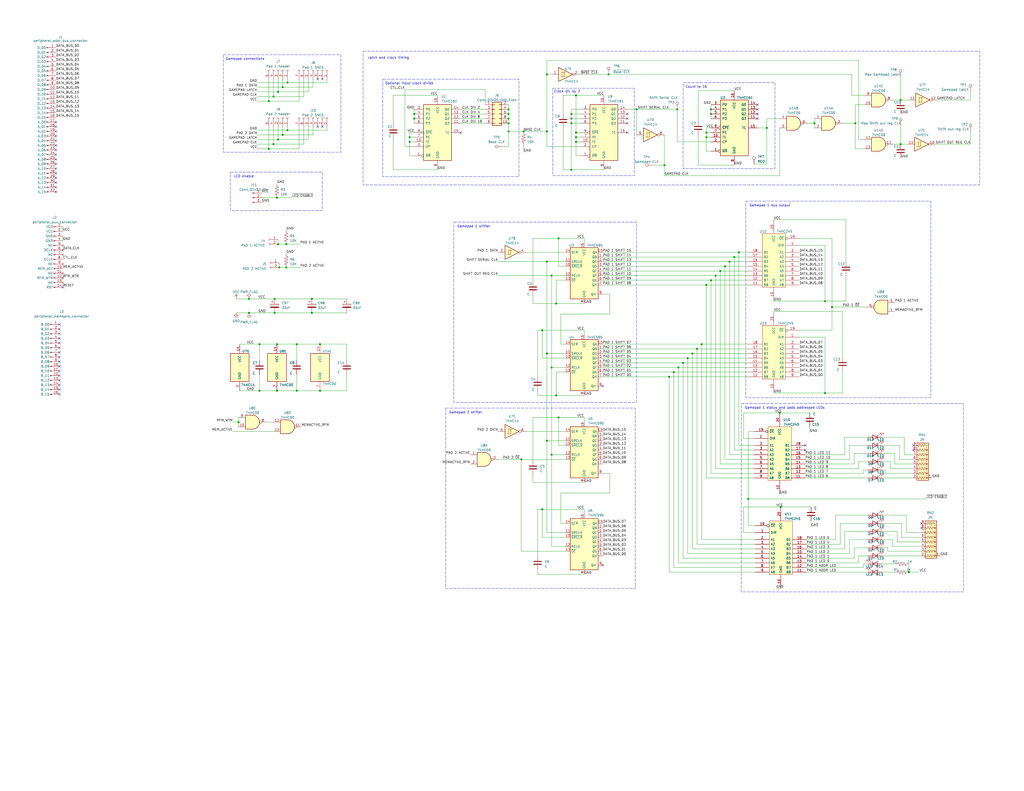
<source format=kicad_sch>
(kicad_sch (version 20230121) (generator eeschema)
  (paper "C")
  (bus_alias "DATA_BUS" (members "DATA_BUS_00" "DATA_BUS_01" "DATA_BUS_02" "DATA_BUS_03" "DATA_BUS_04" "DATA_BUS_05" "DATA_BUS_06" "DATA_BUS_07" "DATA_BUS_08" "DATA_BUS_09" "DATA_BUS_10" "DATA_BUS_11" "DATA_BUS_12" "DATA_BUS_13" "DATA_BUS_14" "DATA_BUS_15"))
  (bus_alias "ADDR_BUS" (members "ADDR_BUS_00" "ADDR_BUS_01" "ADDR_BUS_02" "ADDR_BUS_03" "ADDR_BUS_04" "ADDR_BUS_05" "ADDR_BUS_06" "ADDR_BUS_07" "ADDR_BUS_08" "ADDR_BUS_09" "ADDR_BUS_10" "ADDR_BUS_11" "ADDR_BUS_12" "ADDR_BUS_13" "ADDR_BUS_14" "ADDR_BUS_15"))
  (bus_alias "BANK_BUS" (members "BANK_BUS_00" "BANK_BUS_01" "BANK_BUS_02" "BANK_BUS_03" "BANK_BUS_04" "BANK_BUS_05" "BANK_BUS_06" "BANK_BUS_07" "BANK_BUS_08" "BANK_BUS_09" "BANK_BUS_10" "BANK_BUS_11" "BANK_BUS_12" "BANK_BUS_13" "BANK_BUS_14" "BANK_BUS_15"))
  (junction (at 156.21 133.35))
  (junction (at 385.445 155.575))
  (junction (at 285.75 71.755))
  (junction (at 146.685 81.28))
  (junction (at 156.845 45.085))
  (junction (at 284.48 250.825))
  (junction (at 400.685 140.335))
  (junction (at 170.18 170.815))
  (junction (at 311.785 64.77))
  (junction (at 377.825 193.04))
  (junction (at 154.305 73.66))
  (junction (at 314.325 52.07))
  (junction (at 311.785 92.71))
  (junction (at 149.86 163.195))
  (junction (at 369.57 59.69))
  (junction (at 151.13 107.95))
  (junction (at 398.145 142.875))
  (junction (at 304.8 130.175))
  (junction (at 304.8 227.965))
  (junction (at 298.45 142.875))
  (junction (at 444.5 67.31))
  (junction (at 223.52 77.47))
  (junction (at 226.06 62.23))
  (junction (at 141.605 187.96))
  (junction (at 154.305 47.625))
  (junction (at 161.925 213.36))
  (junction (at 491.49 78.74))
  (junction (at 314.325 74.93))
  (junction (at 311.785 62.23))
  (junction (at 395.605 145.415))
  (junction (at 387.985 59.69))
  (junction (at 156.845 71.12))
  (junction (at 362.585 90.17))
  (junction (at 385.445 72.39))
  (junction (at 387.985 153.035))
  (junction (at 277.495 59.69))
  (junction (at 277.495 71.755))
  (junction (at 347.345 59.69))
  (junction (at 298.45 240.665))
  (junction (at 170.18 163.195))
  (junction (at 300.99 200.66))
  (junction (at 450.215 214.63))
  (junction (at 332.105 40.64))
  (junction (at 149.225 78.74))
  (junction (at 382.905 187.96))
  (junction (at 298.45 71.755))
  (junction (at 418.465 69.85))
  (junction (at 408.305 272.415))
  (junction (at 277.495 64.77))
  (junction (at 135.89 170.815))
  (junction (at 298.45 40.64))
  (junction (at 146.685 55.245))
  (junction (at 365.125 205.74))
  (junction (at 367.665 203.2))
  (junction (at 295.91 180.34))
  (junction (at 130.175 230.505))
  (junction (at 149.225 52.705))
  (junction (at 403.225 137.795))
  (junction (at 161.925 187.96))
  (junction (at 151.13 213.36))
  (junction (at 151.765 76.2))
  (junction (at 277.495 62.23))
  (junction (at 426.085 276.86))
  (junction (at 151.13 187.96))
  (junction (at 277.495 67.31))
  (junction (at 387.985 62.23))
  (junction (at 311.785 67.31))
  (junction (at 370.205 200.66))
  (junction (at 151.765 50.165))
  (junction (at 380.365 190.5))
  (junction (at 495.935 312.42))
  (junction (at 156.21 146.05))
  (junction (at 314.325 72.39))
  (junction (at 300.99 248.285))
  (junction (at 425.45 225.425))
  (junction (at 375.285 195.58))
  (junction (at 450.215 164.465))
  (junction (at 226.06 64.77))
  (junction (at 151.765 133.35))
  (junction (at 149.86 170.815))
  (junction (at 303.53 165.735))
  (junction (at 393.065 147.955))
  (junction (at 491.49 54.61))
  (junction (at 303.53 215.9))
  (junction (at 390.525 150.495))
  (junction (at 174.625 187.96))
  (junction (at 314.325 77.47))
  (junction (at 152.4 146.05))
  (junction (at 298.45 193.04))
  (junction (at 295.91 278.13))
  (junction (at 385.445 74.93))
  (junction (at 466.725 67.31))
  (junction (at 454.025 167.64))
  (junction (at 174.625 213.36))
  (junction (at 141.605 213.36))
  (junction (at 223.52 74.93))
  (junction (at 300.99 150.495))
  (junction (at 372.745 198.12))
  (junction (at 135.89 163.195))
  (no_connect (at 30.48 94.615))
  (no_connect (at 32.385 179.705))
  (no_connect (at 342.265 67.31))
  (no_connect (at 498.475 243.205))
  (no_connect (at 342.265 64.77))
  (no_connect (at 30.48 99.695))
  (no_connect (at 30.48 66.675))
  (no_connect (at 30.48 71.755))
  (no_connect (at 498.475 245.745))
  (no_connect (at 30.48 84.455))
  (no_connect (at 32.385 182.245))
  (no_connect (at 32.385 205.105))
  (no_connect (at 251.46 72.39))
  (no_connect (at 413.385 57.15))
  (no_connect (at 32.385 184.785))
  (no_connect (at 30.48 79.375))
  (no_connect (at 32.385 215.265))
  (no_connect (at 328.93 308.61))
  (no_connect (at 30.48 89.535))
  (no_connect (at 32.385 189.865))
  (no_connect (at 439.42 245.745))
  (no_connect (at 502.92 285.75))
  (no_connect (at 175.895 69.215))
  (no_connect (at 30.48 69.215))
  (no_connect (at 342.265 62.23))
  (no_connect (at 30.48 102.235))
  (no_connect (at 32.385 197.485))
  (no_connect (at 30.48 97.155))
  (no_connect (at 439.42 243.205))
  (no_connect (at 32.385 187.325))
  (no_connect (at 30.48 104.775))
  (no_connect (at 342.265 72.39))
  (no_connect (at 173.355 43.18))
  (no_connect (at 30.48 81.915))
  (no_connect (at 34.29 156.845))
  (no_connect (at 30.48 74.295))
  (no_connect (at 30.48 86.995))
  (no_connect (at 32.385 210.185))
  (no_connect (at 175.895 43.18))
  (no_connect (at 32.385 192.405))
  (no_connect (at 30.48 76.835))
  (no_connect (at 32.385 177.165))
  (no_connect (at 32.385 207.645))
  (no_connect (at 32.385 200.025))
  (no_connect (at 34.29 151.765))
  (no_connect (at 413.385 64.77))
  (no_connect (at 34.29 136.525))
  (no_connect (at 502.92 288.29))
  (no_connect (at 30.48 92.075))
  (no_connect (at 32.385 212.725))
  (no_connect (at 32.385 194.945))
  (no_connect (at 173.355 69.215))
  (no_connect (at 328.93 210.82))
  (no_connect (at 413.385 62.23))
  (no_connect (at 32.385 202.565))
  (no_connect (at 413.385 59.69))
  (wire (pts (xy 165.735 78.74) (xy 149.225 78.74)))
  (wire (pts (xy 471.17 307.975) (xy 471.17 309.88)))
  (wire (pts (xy 154.305 47.625) (xy 154.305 43.18)))
  (wire (pts (xy 440.055 299.72) (xy 461.01 299.72)))
  (wire (pts (xy 328.93 187.96) (xy 382.905 187.96)))
  (wire (pts (xy 287.02 137.795) (xy 308.61 137.795)))
  (wire (pts (xy 466.09 247.65) (xy 473.71 247.65)))
  (wire (pts (xy 306.07 269.24) (xy 306.07 285.75)))
  (wire (pts (xy 214.63 75.565) (xy 214.63 92.71)))
  (wire (pts (xy 398.145 248.285) (xy 398.145 142.875)))
  (wire (pts (xy 308.61 248.285) (xy 300.99 248.285)))
  (wire (pts (xy 342.265 59.69) (xy 347.345 59.69)))
  (wire (pts (xy 367.665 309.88) (xy 367.665 203.2)))
  (wire (pts (xy 189.23 204.47) (xy 189.23 213.36)))
  (wire (pts (xy 168.275 69.215) (xy 168.275 76.2)))
  (wire (pts (xy 156.845 45.085) (xy 140.335 45.085)))
  (wire (pts (xy 314.325 85.09) (xy 314.325 77.47)))
  (wire (pts (xy 483.235 256.54) (xy 481.33 256.54)))
  (wire (pts (xy 163.195 69.215) (xy 163.195 81.28)))
  (wire (pts (xy 130.175 230.505) (xy 130.175 227.965)))
  (wire (pts (xy 293.37 215.9) (xy 293.37 213.36)))
  (wire (pts (xy 387.985 62.23) (xy 387.985 64.77)))
  (wire (pts (xy 34.29 123.825) (xy 34.29 126.365)))
  (wire (pts (xy 189.23 213.36) (xy 174.625 213.36)))
  (wire (pts (xy 411.48 243.205) (xy 403.225 243.205)))
  (wire (pts (xy 306.07 171.45) (xy 306.07 187.96)))
  (wire (pts (xy 311.785 62.23) (xy 316.865 62.23)))
  (wire (pts (xy 314.325 77.47) (xy 316.865 77.47)))
  (wire (pts (xy 461.645 150.495) (xy 461.645 164.465)))
  (wire (pts (xy 316.865 85.09) (xy 314.325 85.09)))
  (wire (pts (xy 425.45 225.425) (xy 441.96 225.425)))
  (wire (pts (xy 362.585 90.17) (xy 362.585 95.885)))
  (wire (pts (xy 440.055 294.64) (xy 455.93 294.64)))
  (wire (pts (xy 178.435 45.085) (xy 156.845 45.085)))
  (wire (pts (xy 381 66.04) (xy 381 49.53)))
  (wire (pts (xy 498.475 255.905) (xy 485.775 255.905)))
  (wire (pts (xy 314.325 74.93) (xy 314.325 72.39)))
  (wire (pts (xy 454.025 167.64) (xy 473.075 167.64)))
  (wire (pts (xy 458.47 297.18) (xy 458.47 285.75)))
  (wire (pts (xy 151.13 107.95) (xy 159.385 107.95)))
  (wire (pts (xy 271.78 142.875) (xy 298.45 142.875)))
  (wire (pts (xy 316.23 40.64) (xy 332.105 40.64)))
  (wire (pts (xy 318.77 180.34) (xy 318.77 182.88)))
  (wire (pts (xy 318.77 215.9) (xy 303.53 215.9)))
  (wire (pts (xy 220.98 80.01) (xy 220.98 48.895)))
  (wire (pts (xy 454.025 167.64) (xy 454.025 180.34)))
  (wire (pts (xy 156.845 71.12) (xy 140.335 71.12)))
  (wire (pts (xy 418.465 89.535) (xy 418.465 69.85)))
  (wire (pts (xy 529.59 50.165) (xy 529.59 54.61)))
  (wire (pts (xy 412.115 307.34) (xy 370.205 307.34)))
  (wire (pts (xy 328.93 200.66) (xy 370.205 200.66)))
  (wire (pts (xy 308.61 153.035) (xy 303.53 153.035)))
  (wire (pts (xy 484.505 299.085) (xy 481.33 299.085)))
  (wire (pts (xy 170.18 170.815) (xy 189.23 170.815)))
  (wire (pts (xy 461.01 299.72) (xy 461.01 290.195)))
  (wire (pts (xy 151.765 130.81) (xy 151.765 133.35)))
  (wire (pts (xy 372.745 198.12) (xy 408.305 198.12)))
  (wire (pts (xy 464.82 52.07) (xy 464.82 40.64)))
  (wire (pts (xy 285.75 79.375) (xy 285.75 83.185)))
  (wire (pts (xy 458.47 285.75) (xy 473.71 285.75)))
  (wire (pts (xy 170.815 69.215) (xy 170.815 73.66)))
  (wire (pts (xy 444.5 64.77) (xy 444.5 67.31)))
  (wire (pts (xy 468.63 76.2) (xy 468.63 33.02)))
  (wire (pts (xy 387.985 69.85) (xy 385.445 69.85)))
  (wire (pts (xy 385.445 82.55) (xy 385.445 74.93)))
  (wire (pts (xy 390.525 255.905) (xy 390.525 150.495)))
  (wire (pts (xy 308.61 195.58) (xy 295.91 195.58)))
  (wire (pts (xy 128.905 163.195) (xy 135.89 163.195)))
  (wire (pts (xy 332.105 40.64) (xy 464.82 40.64)))
  (wire (pts (xy 461.01 290.195) (xy 473.71 290.195)))
  (wire (pts (xy 412.115 290.83) (xy 405.765 290.83)))
  (wire (pts (xy 468.63 252.095) (xy 473.71 252.095)))
  (wire (pts (xy 372.745 304.8) (xy 372.745 198.12)))
  (wire (pts (xy 369.57 77.47) (xy 387.985 77.47)))
  (wire (pts (xy 154.305 73.66) (xy 154.305 69.215)))
  (wire (pts (xy 412.115 312.42) (xy 365.125 312.42)))
  (wire (pts (xy 290.83 130.175) (xy 304.8 130.175)))
  (wire (pts (xy 328.93 193.04) (xy 377.825 193.04)))
  (wire (pts (xy 307.34 62.23) (xy 307.34 52.07)))
  (wire (pts (xy 170.18 163.195) (xy 189.23 163.195)))
  (wire (pts (xy 495.935 307.975) (xy 495.935 312.42)))
  (wire (pts (xy 220.98 48.895) (xy 264.795 48.895)))
  (wire (pts (xy 318.77 278.13) (xy 318.77 280.67)))
  (wire (pts (xy 152.4 143.51) (xy 152.4 146.05)))
  (wire (pts (xy 304.8 130.175) (xy 304.8 145.415)))
  (wire (pts (xy 471.805 52.07) (xy 464.82 52.07)))
  (wire (pts (xy 271.78 250.825) (xy 284.48 250.825)))
  (wire (pts (xy 318.77 227.965) (xy 304.8 227.965)))
  (wire (pts (xy 316.865 59.69) (xy 311.785 59.69)))
  (wire (pts (xy 403.225 137.795) (xy 403.225 243.205)))
  (wire (pts (xy 405.765 239.395) (xy 405.765 225.425)))
  (wire (pts (xy 461.645 120.015) (xy 461.645 142.875)))
  (wire (pts (xy 141.605 213.36) (xy 151.13 213.36)))
  (wire (pts (xy 459.74 214.63) (xy 450.215 214.63)))
  (wire (pts (xy 328.93 160.655) (xy 332.74 160.655)))
  (wire (pts (xy 146.685 43.18) (xy 146.685 55.245)))
  (wire (pts (xy 298.45 80.01) (xy 298.45 71.755)))
  (wire (pts (xy 408.305 287.02) (xy 408.305 272.415)))
  (wire (pts (xy 385.445 72.39) (xy 385.445 74.93)))
  (wire (pts (xy 502.92 290.83) (xy 494.665 290.83)))
  (wire (pts (xy 308.61 290.83) (xy 298.45 290.83)))
  (wire (pts (xy 411.48 260.985) (xy 385.445 260.985)))
  (wire (pts (xy 412.115 287.02) (xy 408.305 287.02)))
  (wire (pts (xy 306.07 187.96) (xy 308.61 187.96)))
  (wire (pts (xy 178.435 43.18) (xy 178.435 45.085)))
  (wire (pts (xy 405.765 290.83) (xy 405.765 276.86)))
  (wire (pts (xy 365.125 205.74) (xy 408.305 205.74)))
  (wire (pts (xy 174.625 187.96) (xy 189.23 187.96)))
  (wire (pts (xy 298.45 33.02) (xy 298.45 40.64)))
  (wire (pts (xy 471.17 258.445) (xy 471.17 256.54)))
  (wire (pts (xy 298.45 40.64) (xy 300.99 40.64)))
  (wire (pts (xy 382.905 294.64) (xy 382.905 187.96)))
  (wire (pts (xy 444.5 67.31) (xy 444.5 69.85)))
  (wire (pts (xy 455.93 281.305) (xy 473.71 281.305)))
  (wire (pts (xy 471.17 309.88) (xy 440.055 309.88)))
  (wire (pts (xy 529.59 71.755) (xy 529.59 78.74)))
  (wire (pts (xy 492.125 293.37) (xy 492.125 285.75)))
  (wire (pts (xy 328.93 153.035) (xy 387.985 153.035)))
  (wire (pts (xy 264.795 48.895) (xy 264.795 57.15)))
  (wire (pts (xy 141.605 204.47) (xy 141.605 213.36)))
  (wire (pts (xy 377.825 299.72) (xy 377.825 193.04)))
  (wire (pts (xy 223.52 85.09) (xy 223.52 77.47)))
  (wire (pts (xy 130.81 187.96) (xy 141.605 187.96)))
  (wire (pts (xy 375.285 195.58) (xy 408.305 195.58)))
  (wire (pts (xy 170.815 43.18) (xy 170.815 47.625)))
  (wire (pts (xy 461.645 164.465) (xy 450.215 164.465)))
  (wire (pts (xy 481.33 307.975) (xy 488.315 307.975)))
  (wire (pts (xy 442.595 284.48) (xy 442.595 287.655)))
  (wire (pts (xy 251.46 64.77) (xy 264.795 64.77)))
  (wire (pts (xy 436.245 133.985) (xy 450.215 133.985)))
  (wire (pts (xy 385.445 74.93) (xy 387.985 74.93)))
  (wire (pts (xy 300.99 200.66) (xy 300.99 248.285)))
  (wire (pts (xy 459.74 170.18) (xy 459.74 194.945)))
  (wire (pts (xy 471.805 81.28) (xy 466.725 81.28)))
  (wire (pts (xy 314.325 72.39) (xy 316.865 72.39)))
  (wire (pts (xy 156.845 43.18) (xy 156.845 45.085)))
  (wire (pts (xy 487.045 298.45) (xy 487.045 294.64)))
  (wire (pts (xy 223.52 74.93) (xy 226.06 74.93)))
  (wire (pts (xy 293.37 278.13) (xy 295.91 278.13)))
  (wire (pts (xy 485.775 252.095) (xy 481.33 252.095)))
  (wire (pts (xy 425.45 64.77) (xy 418.465 64.77)))
  (wire (pts (xy 151.765 133.35) (xy 156.21 133.35)))
  (wire (pts (xy 165.735 43.18) (xy 165.735 52.705)))
  (wire (pts (xy 473.71 307.975) (xy 471.17 307.975)))
  (wire (pts (xy 295.91 278.13) (xy 318.77 278.13)))
  (wire (pts (xy 412.115 302.26) (xy 375.285 302.26)))
  (wire (pts (xy 284.48 300.99) (xy 284.48 250.825)))
  (wire (pts (xy 405.765 276.86) (xy 426.085 276.86)))
  (wire (pts (xy 403.225 137.795) (xy 408.305 137.795)))
  (wire (pts (xy 290.83 263.525) (xy 318.77 263.525)))
  (wire (pts (xy 375.285 302.26) (xy 375.285 195.58)))
  (wire (pts (xy 307.34 92.71) (xy 311.785 92.71)))
  (wire (pts (xy 328.93 198.12) (xy 372.745 198.12)))
  (wire (pts (xy 425.45 69.85) (xy 425.45 95.885)))
  (wire (pts (xy 318.77 230.505) (xy 318.77 227.965)))
  (wire (pts (xy 328.93 145.415) (xy 395.605 145.415)))
  (wire (pts (xy 142.875 107.95) (xy 151.13 107.95)))
  (wire (pts (xy 495.935 312.42) (xy 501.65 312.42)))
  (wire (pts (xy 466.725 67.31) (xy 466.725 81.28)))
  (wire (pts (xy 163.195 81.28) (xy 146.685 81.28)))
  (wire (pts (xy 463.55 250.825) (xy 463.55 243.205)))
  (wire (pts (xy 454.025 180.34) (xy 436.245 180.34)))
  (wire (pts (xy 151.13 213.36) (xy 161.925 213.36)))
  (wire (pts (xy 454.025 130.175) (xy 454.025 167.64)))
  (wire (pts (xy 440.055 297.18) (xy 458.47 297.18)))
  (wire (pts (xy 400.685 140.335) (xy 408.305 140.335)))
  (wire (pts (xy 487.045 294.64) (xy 481.33 294.64)))
  (wire (pts (xy 387.985 57.15) (xy 387.985 59.69)))
  (wire (pts (xy 450.215 184.15) (xy 450.215 214.63)))
  (wire (pts (xy 238.76 52.07) (xy 214.63 52.07)))
  (wire (pts (xy 293.37 313.69) (xy 318.77 313.69)))
  (wire (pts (xy 381 90.17) (xy 400.685 90.17)))
  (wire (pts (xy 277.495 62.23) (xy 277.495 64.77)))
  (wire (pts (xy 163.195 43.18) (xy 163.195 55.245)))
  (wire (pts (xy 251.46 62.23) (xy 264.795 62.23)))
  (wire (pts (xy 411.48 89.535) (xy 418.465 89.535)))
  (wire (pts (xy 223.52 72.39) (xy 226.06 72.39)))
  (wire (pts (xy 490.855 250.825) (xy 490.855 243.205)))
  (wire (pts (xy 298.45 40.64) (xy 298.45 71.755)))
  (wire (pts (xy 381 49.53) (xy 400.685 49.53)))
  (wire (pts (xy 303.53 203.2) (xy 308.61 203.2)))
  (wire (pts (xy 412.115 297.18) (xy 380.365 297.18)))
  (wire (pts (xy 223.52 74.93) (xy 223.52 72.39)))
  (wire (pts (xy 178.435 69.215) (xy 178.435 71.12)))
  (wire (pts (xy 226.06 80.01) (xy 220.98 80.01)))
  (wire (pts (xy 488.315 247.65) (xy 481.33 247.65)))
  (wire (pts (xy 140.335 52.705) (xy 149.225 52.705)))
  (wire (pts (xy 308.61 293.37) (xy 295.91 293.37)))
  (wire (pts (xy 318.77 130.175) (xy 304.8 130.175)))
  (wire (pts (xy 300.99 248.285) (xy 300.99 298.45)))
  (wire (pts (xy 214.63 52.07) (xy 214.63 67.945)))
  (wire (pts (xy 491.49 54.61) (xy 495.935 54.61)))
  (wire (pts (xy 385.445 69.85) (xy 385.445 72.39)))
  (wire (pts (xy 481.33 303.53) (xy 502.92 303.53)))
  (wire (pts (xy 362.585 73.66) (xy 362.585 90.17)))
  (wire (pts (xy 489.585 290.195) (xy 481.33 290.195)))
  (wire (pts (xy 303.53 203.2) (xy 303.53 215.9)))
  (wire (pts (xy 440.055 304.8) (xy 466.09 304.8)))
  (wire (pts (xy 151.765 76.2) (xy 140.335 76.2)))
  (wire (pts (xy 290.83 263.525) (xy 290.83 259.08)))
  (wire (pts (xy 151.13 187.96) (xy 161.925 187.96)))
  (wire (pts (xy 328.93 155.575) (xy 385.445 155.575)))
  (wire (pts (xy 311.785 67.31) (xy 311.785 92.71)))
  (wire (pts (xy 223.52 77.47) (xy 223.52 74.93)))
  (wire (pts (xy 439.42 255.905) (xy 468.63 255.905)))
  (wire (pts (xy 332.74 258.445) (xy 332.74 269.24)))
  (wire (pts (xy 395.605 250.825) (xy 395.605 145.415)))
  (wire (pts (xy 287.02 235.585) (xy 308.61 235.585)))
  (wire (pts (xy 307.34 52.07) (xy 314.325 52.07)))
  (wire (pts (xy 387.985 82.55) (xy 385.445 82.55)))
  (wire (pts (xy 308.61 193.04) (xy 298.45 193.04)))
  (wire (pts (xy 251.46 59.69) (xy 264.795 59.69)))
  (wire (pts (xy 163.83 133.35) (xy 156.21 133.35)))
  (wire (pts (xy 290.83 153.67) (xy 290.83 130.175)))
  (wire (pts (xy 135.89 170.815) (xy 149.86 170.815)))
  (wire (pts (xy 146.685 81.28) (xy 140.335 81.28)))
  (wire (pts (xy 161.925 187.96) (xy 161.925 196.85)))
  (wire (pts (xy 411.48 248.285) (xy 398.145 248.285)))
  (wire (pts (xy 408.305 235.585) (xy 411.48 235.585)))
  (wire (pts (xy 491.49 68.58) (xy 491.49 78.74)))
  (wire (pts (xy 385.445 155.575) (xy 408.305 155.575)))
  (wire (pts (xy 498.475 250.825) (xy 490.855 250.825)))
  (wire (pts (xy 285.75 71.755) (xy 298.45 71.755)))
  (wire (pts (xy 298.45 193.04) (xy 298.45 240.665)))
  (wire (pts (xy 151.765 69.215) (xy 151.765 76.2)))
  (wire (pts (xy 277.495 64.77) (xy 277.495 67.31)))
  (wire (pts (xy 328.93 258.445) (xy 332.74 258.445)))
  (wire (pts (xy 328.93 147.955) (xy 393.065 147.955)))
  (wire (pts (xy 135.89 163.195) (xy 149.86 163.195)))
  (wire (pts (xy 328.93 195.58) (xy 375.285 195.58)))
  (wire (pts (xy 411.48 239.395) (xy 405.765 239.395)))
  (wire (pts (xy 439.42 253.365) (xy 466.09 253.365)))
  (wire (pts (xy 161.925 204.47) (xy 161.925 213.36)))
  (wire (pts (xy 426.085 276.86) (xy 442.595 276.86)))
  (wire (pts (xy 412.115 294.64) (xy 382.905 294.64)))
  (wire (pts (xy 466.725 57.15) (xy 471.805 57.15)))
  (wire (pts (xy 223.52 77.47) (xy 226.06 77.47)))
  (wire (pts (xy 226.06 85.09) (xy 223.52 85.09)))
  (wire (pts (xy 468.63 303.53) (xy 468.63 307.34)))
  (wire (pts (xy 484.505 300.99) (xy 484.505 299.085)))
  (wire (pts (xy 141.605 187.96) (xy 151.13 187.96)))
  (wire (pts (xy 303.53 165.735) (xy 290.83 165.735)))
  (wire (pts (xy 34.29 128.905) (xy 34.29 131.445)))
  (wire (pts (xy 311.785 64.77) (xy 316.865 64.77)))
  (wire (pts (xy 393.065 253.365) (xy 393.065 147.955)))
  (wire (pts (xy 165.735 69.215) (xy 165.735 78.74)))
  (wire (pts (xy 332.74 171.45) (xy 306.07 171.45)))
  (wire (pts (xy 463.55 302.26) (xy 463.55 294.64)))
  (wire (pts (xy 459.74 67.31) (xy 466.725 67.31)))
  (wire (pts (xy 511.175 54.61) (xy 529.59 54.61)))
  (wire (pts (xy 304.8 145.415) (xy 308.61 145.415)))
  (wire (pts (xy 318.77 165.735) (xy 303.53 165.735)))
  (wire (pts (xy 356.235 90.17) (xy 362.585 90.17)))
  (wire (pts (xy 307.34 69.85) (xy 307.34 92.71)))
  (wire (pts (xy 440.055 307.34) (xy 468.63 307.34)))
  (wire (pts (xy 412.115 299.72) (xy 377.825 299.72)))
  (wire (pts (xy 140.335 47.625) (xy 154.305 47.625)))
  (wire (pts (xy 422.275 120.015) (xy 461.645 120.015)))
  (wire (pts (xy 295.91 180.34) (xy 295.91 195.58)))
  (wire (pts (xy 400.685 245.745) (xy 400.685 140.335)))
  (wire (pts (xy 332.74 160.655) (xy 332.74 171.45)))
  (wire (pts (xy 385.445 72.39) (xy 387.985 72.39)))
  (wire (pts (xy 494.665 281.305) (xy 481.33 281.305)))
  (wire (pts (xy 156.845 69.215) (xy 156.845 71.12)))
  (wire (pts (xy 440.055 302.26) (xy 463.55 302.26)))
  (wire (pts (xy 412.115 309.88) (xy 367.665 309.88)))
  (wire (pts (xy 502.92 293.37) (xy 492.125 293.37)))
  (wire (pts (xy 412.115 304.8) (xy 372.745 304.8)))
  (wire (pts (xy 306.07 285.75) (xy 308.61 285.75)))
  (wire (pts (xy 487.045 54.61) (xy 491.49 54.61)))
  (wire (pts (xy 300.99 298.45) (xy 308.61 298.45)))
  (wire (pts (xy 411.48 250.825) (xy 395.605 250.825)))
  (wire (pts (xy 303.53 215.9) (xy 293.37 215.9)))
  (wire (pts (xy 491.49 41.91) (xy 491.49 54.61)))
  (wire (pts (xy 149.225 78.74) (xy 149.225 69.215)))
  (wire (pts (xy 377.825 193.04) (xy 408.305 193.04)))
  (wire (pts (xy 488.315 253.365) (xy 488.315 247.65)))
  (wire (pts (xy 277.495 59.69) (xy 277.495 62.23)))
  (wire (pts (xy 466.725 57.15) (xy 466.725 67.31)))
  (wire (pts (xy 165.735 52.705) (xy 149.225 52.705)))
  (wire (pts (xy 140.335 78.74) (xy 149.225 78.74)))
  (wire (pts (xy 380.365 190.5) (xy 408.305 190.5)))
  (wire (pts (xy 226.06 59.69) (xy 226.06 62.23)))
  (wire (pts (xy 398.145 142.875) (xy 408.305 142.875)))
  (wire (pts (xy 459.74 202.565) (xy 459.74 214.63)))
  (wire (pts (xy 293.37 303.53) (xy 293.37 278.13)))
  (wire (pts (xy 149.86 163.195) (xy 170.18 163.195)))
  (wire (pts (xy 163.83 146.05) (xy 156.21 146.05)))
  (wire (pts (xy 381 73.66) (xy 381 90.17)))
  (wire (pts (xy 284.48 300.99) (xy 308.61 300.99)))
  (wire (pts (xy 293.37 205.74) (xy 293.37 180.34)))
  (wire (pts (xy 483.235 258.445) (xy 483.235 256.54)))
  (wire (pts (xy 298.45 193.04) (xy 298.45 142.875)))
  (wire (pts (xy 455.93 294.64) (xy 455.93 281.305)))
  (wire (pts (xy 439.42 250.825) (xy 463.55 250.825)))
  (wire (pts (xy 481.33 312.42) (xy 488.315 312.42)))
  (wire (pts (xy 314.325 72.39) (xy 314.325 52.07)))
  (wire (pts (xy 304.8 227.965) (xy 304.8 243.205)))
  (wire (pts (xy 290.83 227.965) (xy 304.8 227.965)))
  (wire (pts (xy 152.4 146.05) (xy 156.21 146.05)))
  (wire (pts (xy 145.415 230.505) (xy 149.225 230.505)))
  (wire (pts (xy 226.06 64.77) (xy 226.06 67.31)))
  (wire (pts (xy 146.685 55.245) (xy 140.335 55.245)))
  (wire (pts (xy 395.605 145.415) (xy 408.305 145.415)))
  (wire (pts (xy 314.325 52.07) (xy 329.565 52.07)))
  (wire (pts (xy 328.93 205.74) (xy 365.125 205.74)))
  (wire (pts (xy 274.32 80.01) (xy 277.495 80.01)))
  (wire (pts (xy 493.395 248.285) (xy 493.395 238.76)))
  (wire (pts (xy 189.23 187.96) (xy 189.23 196.85)))
  (wire (pts (xy 293.37 313.69) (xy 293.37 311.15)))
  (wire (pts (xy 461.01 238.76) (xy 473.71 238.76)))
  (wire (pts (xy 436.245 130.175) (xy 454.025 130.175)))
  (wire (pts (xy 418.465 64.77) (xy 418.465 69.85)))
  (wire (pts (xy 161.925 213.36) (xy 174.625 213.36)))
  (wire (pts (xy 130.175 230.505) (xy 130.175 233.045)))
  (wire (pts (xy 127 230.505) (xy 130.175 230.505)))
  (wire (pts (xy 439.42 248.285) (xy 461.01 248.285)))
  (wire (pts (xy 168.275 76.2) (xy 151.765 76.2)))
  (wire (pts (xy 328.93 203.2) (xy 367.665 203.2)))
  (wire (pts (xy 328.93 140.335) (xy 400.685 140.335)))
  (wire (pts (xy 298.45 142.875) (xy 308.61 142.875)))
  (wire (pts (xy 450.215 214.63) (xy 422.275 214.63)))
  (wire (pts (xy 426.085 321.31) (xy 423.545 321.31)))
  (wire (pts (xy 439.42 260.985) (xy 473.71 260.985)))
  (wire (pts (xy 405.765 225.425) (xy 425.45 225.425)))
  (wire (pts (xy 498.475 248.285) (xy 493.395 248.285)))
  (wire (pts (xy 494.665 290.83) (xy 494.665 281.305)))
  (wire (pts (xy 408.305 272.415) (xy 408.305 235.585)))
  (wire (pts (xy 370.205 307.34) (xy 370.205 200.66)))
  (wire (pts (xy 316.865 80.01) (xy 298.45 80.01)))
  (wire (pts (xy 295.91 278.13) (xy 295.91 293.37)))
  (wire (pts (xy 303.53 153.035) (xy 303.53 165.735)))
  (wire (pts (xy 490.855 243.205) (xy 481.33 243.205)))
  (wire (pts (xy 149.86 170.815) (xy 170.18 170.815)))
  (wire (pts (xy 491.49 78.74) (xy 495.3 78.74)))
  (wire (pts (xy 151.765 43.18) (xy 151.765 50.165)))
  (wire (pts (xy 328.93 190.5) (xy 380.365 190.5)))
  (wire (pts (xy 298.45 290.83) (xy 298.45 240.665)))
  (wire (pts (xy 300.99 200.66) (xy 308.61 200.66)))
  (wire (pts (xy 141.605 187.96) (xy 141.605 196.85)))
  (wire (pts (xy 347.345 59.69) (xy 347.345 73.66)))
  (wire (pts (xy 387.985 153.035) (xy 408.305 153.035)))
  (wire (pts (xy 502.92 300.99) (xy 484.505 300.99)))
  (wire (pts (xy 367.665 203.2) (xy 408.305 203.2)))
  (wire (pts (xy 463.55 294.64) (xy 473.71 294.64)))
  (wire (pts (xy 411.48 255.905) (xy 390.525 255.905)))
  (wire (pts (xy 510.54 78.74) (xy 529.59 78.74)))
  (wire (pts (xy 450.215 164.465) (xy 422.275 164.465)))
  (wire (pts (xy 277.495 80.01) (xy 277.495 71.755)))
  (wire (pts (xy 163.195 55.245) (xy 146.685 55.245)))
  (wire (pts (xy 461.01 248.285) (xy 461.01 238.76)))
  (wire (pts (xy 489.585 295.91) (xy 489.585 290.195)))
  (wire (pts (xy 481.33 260.985) (xy 498.475 260.985)))
  (wire (pts (xy 293.37 180.34) (xy 295.91 180.34)))
  (wire (pts (xy 347.345 59.69) (xy 369.57 59.69)))
  (wire (pts (xy 466.09 253.365) (xy 466.09 247.65)))
  (wire (pts (xy 311.785 59.69) (xy 311.785 62.23)))
  (wire (pts (xy 277.495 71.755) (xy 285.75 71.755)))
  (wire (pts (xy 502.92 298.45) (xy 487.045 298.45)))
  (wire (pts (xy 328.93 150.495) (xy 390.525 150.495)))
  (wire (pts (xy 450.215 133.985) (xy 450.215 164.465)))
  (wire (pts (xy 308.61 150.495) (xy 300.99 150.495)))
  (wire (pts (xy 411.48 258.445) (xy 387.985 258.445)))
  (wire (pts (xy 418.465 69.85) (xy 413.385 69.85)))
  (wire (pts (xy 146.685 69.215) (xy 146.685 81.28)))
  (wire (pts (xy 277.495 57.15) (xy 277.495 59.69)))
  (wire (pts (xy 466.09 299.085) (xy 473.71 299.085)))
  (wire (pts (xy 471.17 256.54) (xy 473.71 256.54)))
  (wire (pts (xy 314.325 77.47) (xy 314.325 74.93)))
  (wire (pts (xy 304.8 243.205) (xy 308.61 243.205)))
  (wire (pts (xy 311.785 67.31) (xy 316.865 67.31)))
  (wire (pts (xy 468.63 303.53) (xy 473.71 303.53)))
  (wire (pts (xy 487.045 78.74) (xy 491.49 78.74)))
  (wire (pts (xy 463.55 243.205) (xy 473.71 243.205)))
  (wire (pts (xy 439.42 258.445) (xy 471.17 258.445)))
  (wire (pts (xy 408.305 272.415) (xy 505.46 272.415)))
  (wire (pts (xy 127 235.585) (xy 149.225 235.585)))
  (wire (pts (xy 440.055 312.42) (xy 473.71 312.42)))
  (wire (pts (xy 311.785 64.77) (xy 311.785 67.31)))
  (wire (pts (xy 311.785 92.71) (xy 329.565 92.71)))
  (wire (pts (xy 492.125 285.75) (xy 481.33 285.75)))
  (wire (pts (xy 170.815 47.625) (xy 154.305 47.625)))
  (wire (pts (xy 498.475 253.365) (xy 488.315 253.365)))
  (wire (pts (xy 161.925 187.96) (xy 174.625 187.96)))
  (wire (pts (xy 493.395 238.76) (xy 481.33 238.76)))
  (wire (pts (xy 444.5 67.31) (xy 440.69 67.31)))
  (wire (pts (xy 441.96 233.045) (xy 441.96 236.22)))
  (wire (pts (xy 277.495 71.755) (xy 277.495 67.31)))
  (wire (pts (xy 466.09 304.8) (xy 466.09 299.085)))
  (wire (pts (xy 154.305 73.66) (xy 170.815 73.66)))
  (wire (pts (xy 370.205 200.66) (xy 408.305 200.66)))
  (wire (pts (xy 393.065 147.955) (xy 408.305 147.955)))
  (wire (pts (xy 290.83 165.735) (xy 290.83 161.29)))
  (wire (pts (xy 140.335 73.66) (xy 154.305 73.66)))
  (wire (pts (xy 436.245 184.15) (xy 450.215 184.15)))
  (wire (pts (xy 332.74 269.24) (xy 306.07 269.24)))
  (wire (pts (xy 502.92 295.91) (xy 489.585 295.91)))
  (wire (pts (xy 387.985 59.69) (xy 387.985 62.23)))
  (wire (pts (xy 271.78 150.495) (xy 300.99 150.495)))
  (wire (pts (xy 328.93 137.795) (xy 403.225 137.795)))
  (wire (pts (xy 298.45 240.665) (xy 308.61 240.665)))
  (wire (pts (xy 149.225 52.705) (xy 149.225 43.18)))
  (wire (pts (xy 422.275 170.18) (xy 459.74 170.18)))
  (wire (pts (xy 298.45 33.02) (xy 468.63 33.02)))
  (wire (pts (xy 128.905 170.815) (xy 135.89 170.815)))
  (wire (pts (xy 141.605 213.36) (xy 130.81 213.36)))
  (wire (pts (xy 328.93 142.875) (xy 398.145 142.875)))
  (wire (pts (xy 380.365 297.18) (xy 380.365 190.5)))
  (wire (pts (xy 284.48 250.825) (xy 308.61 250.825)))
  (wire (pts (xy 468.63 255.905) (xy 468.63 252.095)))
  (wire (pts (xy 390.525 150.495) (xy 408.305 150.495)))
  (wire (pts (xy 300.99 150.495) (xy 300.99 200.66)))
  (wire (pts (xy 382.905 187.96) (xy 408.305 187.96)))
  (wire (pts (xy 295.91 180.34) (xy 318.77 180.34)))
  (wire (pts (xy 387.985 258.445) (xy 387.985 153.035)))
  (wire (pts (xy 498.475 258.445) (xy 483.235 258.445)))
  (wire (pts (xy 471.805 76.2) (xy 468.63 76.2)))
  (wire (pts (xy 385.445 260.985) (xy 385.445 155.575)))
  (wire (pts (xy 151.765 50.165) (xy 140.335 50.165)))
  (wire (pts (xy 485.775 255.905) (xy 485.775 252.095)))
  (wire (pts (xy 369.57 59.69) (xy 369.57 77.47)))
  (wire (pts (xy 168.275 50.165) (xy 151.765 50.165)))
  (wire (pts (xy 365.125 312.42) (xy 365.125 205.74)))
  (wire (pts (xy 314.325 74.93) (xy 316.865 74.93)))
  (wire (pts (xy 362.585 95.885) (xy 425.45 95.885)))
  (wire (pts (xy 214.63 92.71) (xy 238.76 92.71)))
  (wire (pts (xy 226.06 62.23) (xy 226.06 64.77)))
  (wire (pts (xy 290.83 251.46) (xy 290.83 227.965)))
  (wire (pts (xy 156.845 71.12) (xy 178.435 71.12)))
  (wire (pts (xy 318.77 132.715) (xy 318.77 130.175)))
  (wire (pts (xy 411.48 245.745) (xy 400.685 245.745)))
  (wire (pts (xy 411.48 253.365) (xy 393.065 253.365)))
  (wire (pts (xy 168.275 43.18) (xy 168.275 50.165)))
  (wire (pts (xy 311.785 62.23) (xy 311.785 64.77)))
  (wire (pts (xy 251.46 67.31) (xy 264.795 67.31)))
  (rectangle (start 301.625 48.26) (end 346.075 95.885) (stroke (width 0) (type dash)))
  (rectangle (start 125.73 93.98) (end 175.895 114.935) (stroke (width 0) (type dash)))
  (rectangle (start 372.745 45.085) (end 422.91 92.075) (stroke (width 0) (type dash)))
  (rectangle (start 247.65 121.285) (end 347.345 219.71) (stroke (width 0) (type dash)))
  (rectangle (start 407.035 109.855) (end 508 217.17) (stroke (width 0) (type dash)))
  (rectangle (start 121.92 29.845) (end 186.055 83.185) (stroke (width 0) (type dash)))
  (rectangle (start 243.205 222.885) (end 346.71 321.31) (stroke (width 0) (type dash)))
  (rectangle (start 404.495 220.345) (end 525.78 323.215) (stroke (width 0) (type dash)))
  (rectangle (start 208.915 43.18) (end 283.21 96.52) (stroke (width 0) (type dash)))
  (rectangle (start 198.12 27.94) (end 534.67 100.965) (stroke (width 0) (type dash)))
  (text "Count to 16" (at 374.015 48.26 0) (effects (font (size 1.27 1.27)) (justify left bottom)))
  (text "Gamepad 1 shifter" (at 249.555 124.46 0) (effects (font (size 1.27 1.27)) (justify left bottom)))
  (text "LED enable" (at 127.635 97.155 0) (effects (font (size 1.27 1.27)) (justify left bottom)))
  (text "Optional input clock divide" (at 210.185 46.355 0) (effects (font (size 1.27 1.27)) (justify left bottom)))
  (text "Clock div by 2" (at 302.26 50.8 0) (effects (font (size 1.27 1.27)) (justify left bottom)))
  (text "Gamepad connections" (at 123.19 33.02 0) (effects (font (size 1.27 1.27)) (justify left bottom)))
  (text "Latch and clock timing" (at 200.66 32.385 0) (effects (font (size 1.27 1.27)) (justify left bottom)))
  (text "Gamepad 1 status and pads addressed LEDs" (at 406.4 223.52 0) (effects (font (size 1.27 1.27)) (justify left bottom)))
  (text "Gamepad 2 shifter" (at 245.11 226.06 0) (effects (font (size 1.27 1.27)) (justify left bottom)))
  (text "Gamepad 1 bus output" (at 408.94 113.03 0) (effects (font (size 1.27 1.27)) (justify left bottom)))
  (label "PAD 1 SHIFT 00" (at 328.93 205.74 0))
  (label "PAD 1 DATA" (at 140.335 47.625 180))
  (label "PAD 1 ~{OE}" (at 459.74 167.64 0))
  (label "PAD 1 SHIFT 15" (at 328.93 137.795 0))
  (label "~{LED ENABLE}" (at 159.385 107.95 0))
  (label "PAD 2 ~{OE}" (at 274.32 250.825 0))
  (label "PAD 1 SHIFT 06" (at 328.93 190.5 0))
  (label "DATA_BUS_05" (at 328.93 290.83 0))
  (label "VCC" (at 422.275 120.015 0))
  (label "DATA_BUS_12" (at 436.245 145.415 0))
  (label "PAD 1 LED 0" (at 440.055 307.34 0))
  (label "DATA_BUS_14" (at 328.93 238.125 0))
  (label "VCC" (at 238.76 52.07 180))
  (label "DATA_BUS_00" (at 30.48 26.035 0))
  (label "GND" (at 513.08 303.53 0))
  (label "PAD 1 LED 11" (at 439.42 248.285 0))
  (label "GND" (at 491.49 62.23 0))
  (label "RESET" (at 34.29 156.845 0))
  (label "MEMACTIVE_RFM" (at 164.465 233.045 0))
  (label "PAD 1 LED 3" (at 440.055 299.72 0))
  (label "DATA_BUS_06" (at 30.48 41.275 0))
  (label "CLK DIV 2" (at 252.095 59.69 0))
  (label "DATA_BUS_02" (at 30.48 31.115 0))
  (label "GAMEPAD LATCH" (at 140.335 76.2 180))
  (label "GND" (at 318.77 313.69 0))
  (label "DATA_BUS_03" (at 30.48 33.655 0))
  (label "DATA_BUS_06" (at 436.245 190.5 0))
  (label "GND" (at 441.96 236.22 0))
  (label "DATA_CLK" (at 34.29 136.525 0))
  (label "DATA_BUS_04" (at 30.48 36.195 0))
  (label "DATA_BUS_09" (at 328.93 250.825 0))
  (label "CLK DIV 8" (at 252.095 64.77 0))
  (label "VCC" (at 226.06 72.39 180))
  (label "GAMEPAD CLK" (at 140.335 52.705 180))
  (label "SHIFT SERIAL CLK" (at 271.78 142.875 180))
  (label "GND" (at 156.21 125.73 0))
  (label "PAD 1 LED 2" (at 440.055 302.26 0))
  (label "VCC" (at 501.65 312.42 0))
  (label "SHIFT SERIAL CLK" (at 347.98 59.69 0))
  (label "GND" (at 318.77 263.525 0))
  (label "PAD 1 SHIFT 14" (at 328.93 140.335 0))
  (label "DATA_BUS_10" (at 328.93 248.285 0))
  (label "VCC" (at 318.77 278.13 180))
  (label "~{BASE CLK}" (at 316.865 40.64 0))
  (label "~{LED ENABLE}" (at 505.46 272.415 0))
  (label "MEM_ACTIVE" (at 127 235.585 180))
  (label "DATA_BUS_02" (at 436.245 200.66 0))
  (label "DATA_BUS_13" (at 30.48 59.055 0))
  (label "PAD 2 ADDR LED" (at 440.055 309.88 0))
  (label "GND" (at 318.77 215.9 0))
  (label "DATA_BUS_09" (at 30.48 48.895 0))
  (label "DATA_BUS_01" (at 436.245 203.2 0))
  (label "VCC" (at 329.565 52.07 180))
  (label "VCC" (at 142.875 105.41 0))
  (label "DATA_BUS_13" (at 328.93 240.665 0))
  (label "GND" (at 238.76 92.71 0))
  (label "GND" (at 387.985 57.15 180))
  (label "PAD 1 DATA" (at 271.78 137.795 180))
  (label "DATA_BUS_02" (at 328.93 298.45 0))
  (label "PAD 2 ACTIVE" (at 163.83 146.05 0))
  (label "DATA_BUS_10" (at 30.48 51.435 0))
  (label "DATA_BUS_15" (at 328.93 235.585 0))
  (label "PAD 1 SHIFT 09" (at 328.93 153.035 0))
  (label "DATA_BUS_05" (at 436.245 193.04 0))
  (label "VCC" (at 140.335 55.245 180))
  (label "PAD 1 SHIFT 08" (at 328.93 155.575 0))
  (label "GND" (at 423.545 321.31 0))
  (label "PAD 1 LED 4" (at 440.055 297.18 0))
  (label "GND" (at 508.635 260.985 0))
  (label "PAD 1 SHIFT 12" (at 328.93 145.415 0))
  (label "GND" (at 142.875 110.49 0))
  (label "DATA_BUS_03" (at 436.245 198.12 0))
  (label "DATA_BUS_08" (at 436.245 155.575 0))
  (label "DATA_BUS_08" (at 30.48 46.355 0))
  (label "PAD 1 SHIFT 05" (at 328.93 193.04 0))
  (label "VCC" (at 140.97 163.195 0))
  (label "PAD 1 SHIFT 02" (at 328.93 200.66 0))
  (label "DATA_BUS_01" (at 30.48 28.575 0))
  (label "DATA_BUS_04" (at 328.93 293.37 0))
  (label "GAMEPAD LATCH" (at 140.335 50.165 180))
  (label "VCC" (at 423.545 276.86 0))
  (label "VCC" (at 318.77 130.175 180))
  (label "PAD 1 SHIFT 10" (at 328.93 150.495 0))
  (label "DATA_BUS_13" (at 436.245 142.875 0))
  (label "DATA_BUS_00" (at 436.245 205.74 0))
  (label "DATA_BUS_12" (at 30.48 56.515 0))
  (label "GAMEPAD LATCH" (at 511.175 54.61 0))
  (label "CLK DIV 4" (at 252.095 62.23 0))
  (label "PAD 2 ACTIVE" (at 256.54 248.285 180))
  (label "VCC" (at 134.62 187.96 0))
  (label "PAD 1 LED 5" (at 440.055 294.64 0))
  (label "DATA_BUS_03" (at 328.93 295.91 0))
  (label "VCC" (at 140.335 81.28 180))
  (label "GND" (at 318.77 165.735 0))
  (label "PAD 1 SHIFT 07" (at 328.93 187.96 0))
  (label "PAD 1 LED 1" (at 440.055 304.8 0))
  (label "CTL_CLK" (at 34.29 141.605 0))
  (label "GND" (at 422.275 214.63 0))
  (label "PAD 1 ADDR LED" (at 440.055 312.42 0))
  (label "SHIFT OUT REG CLK" (at 271.78 150.495 180))
  (label "CTL_CLK" (at 220.98 48.895 180))
  (label "DATA_BUS_07" (at 328.93 285.75 0))
  (label "GND" (at 140.97 170.815 0))
  (label "RFM_WTM" (at 34.29 151.765 0))
  (label "PAD 1 LED 8" (at 439.42 255.905 0))
  (label "PAD 1 LED 9" (at 439.42 253.365 0))
  (label "DATA_BUS_06" (at 328.93 288.29 0))
  (label "GND" (at 422.275 164.465 0))
  (label "DATA_BUS_04" (at 436.245 195.58 0))
  (label "GND" (at 226.06 59.69 180))
  (label "GAMEPAD CLK" (at 362.585 95.885 0))
  (label "PAD 2 DATA" (at 271.78 235.585 180))
  (label "MEMACTIVE_RFM" (at 256.54 253.365 180))
  (label "GND" (at 329.565 92.71 0))
  (label "DATA_BUS_09" (at 436.245 153.035 0))
  (label "PAD 1 SHIFT 13" (at 328.93 142.875 0))
  (label "VCC" (at 422.91 225.425 0))
  (label "DATA_BUS_14" (at 436.245 140.335 0))
  (label "DATA_BUS_11" (at 30.48 53.975 0))
  (label "DATA_BUS_01" (at 328.93 300.99 0))
  (label "DATA_BUS_11" (at 436.245 147.955 0))
  (label "DATA_BUS_05" (at 30.48 38.735 0))
  (label "GND" (at 425.45 269.875 0))
  (label "PAD 1 SHIFT 03" (at 328.93 198.12 0))
  (label "GND" (at 491.49 86.36 0))
  (label "DATA_BUS_10" (at 436.245 150.495 0))
  (label "MEM_ACTIVE" (at 34.29 146.685 0))
  (label "DATA_BUS_00" (at 328.93 303.53 0))
  (label "DATA_BUS_12" (at 328.93 243.205 0))
  (label "VCC" (at 400.685 49.53 0))
  (label "DATA_BUS_08" (at 328.93 253.365 0))
  (label "DATA_BUS_11" (at 328.93 245.745 0))
  (label "PAD 1 LED 7" (at 439.42 258.445 0))
  (label "PAD 1 SHIFT 11" (at 328.93 147.955 0))
  (label "GND" (at 400.685 90.17 0))
  (label "SHIFT OUT REG CLK" (at 510.54 78.74 0))
  (label "RFM_WTM" (at 127 230.505 180))
  (label "VCC" (at 34.29 126.365 0))
  (label "GND" (at 442.595 287.655 0))
  (label "PAD 1 LED 6" (at 439.42 260.985 0))
  (label "DATA_BUS_14" (at 30.48 61.595 0))
  (label "GND" (at 285.75 83.185 0))
  (label "MEMACTIVE_RFM" (at 488.315 170.18 0))
  (label "VCC" (at 318.77 227.965 180))
  (label "PAD 1 LED 10" (at 439.42 250.825 0))
  (label "DATA_BUS_15" (at 436.245 137.795 0))
  (label "PAD 1 SHIFT 01" (at 328.93 203.2 0))
  (label "VCC" (at 422.275 170.18 0))
  (label "PAD 1 SHIFT 04" (at 328.93 195.58 0))
  (label "DATA_BUS_15" (at 30.48 64.135 0))
  (label "PAD 1 ACTIVE" (at 488.315 165.1 0))
  (label "PAD 1 ACTIVE" (at 163.83 133.35 0))
  (label "GAMEPAD CLK" (at 140.335 78.74 180))
  (label "VCC" (at 385.445 69.85 0))
  (label "GND" (at 134.62 213.36 0))
  (label "VCC" (at 318.77 180.34 180))
  (label "GND" (at 151.13 100.33 0))
  (label "GND" (at 140.335 71.12 180))
  (label "GND" (at 34.29 131.445 0))
  (label "DATA_BUS_07" (at 436.245 187.96 0))
  (label "CLK DIV 16" (at 252.095 67.31 0))
  (label "DATA_BUS_07" (at 30.48 43.815 0))
  (label "PAD 2 DATA" (at 140.335 73.66 180))
  (label "GND" (at 156.21 138.43 0))
  (label "BASE CLK" (at 285.75 71.755 0))
  (label "GND" (at 140.335 45.085 180))
  (symbol (lib_id "Device:LED") (at 477.52 256.54 180) (unit 1)
    (property "Reference" "D8" (at 474.98 257.81 0))
    (property "Value" "LED" (at 480.695 257.81 0))
    (property "Footprint" "sixteen-bit-computer:LED_D5.0mm_Horizontal_O3.81mm_Z3.0mm" (effects hide))
  )
  (symbol (lib_id "Device:C") (at 214.63 71.755 0) (unit 1)
    (property "Reference" "C1" (at 211.455 69.215 0) (effects (justify left)))
    (property "Value" "C" (at 212.09 74.295 0) (effects (justify left)))
    (property "Footprint" "Capacitor_THT:C_Disc_D5.0mm_W2.5mm_P5.00mm" (effects hide))
  )
  (symbol (lib_id "Connector:TestPoint") (at 332.105 40.64 0) (unit 1)
    (property "Reference" "TP6" (at 334.645 36.068 0) (effects (justify left)))
    (property "Value" "~{Base CLK}" (at 334.645 39.243 0) (effects (justify left)))
    (property "Footprint" "Connector_Pin:Pin_D1.0mm_L10.0mm" (effects hide))
  )
  (symbol (lib_id "74xx:74HC14") (at 279.4 235.585 0) (unit 3)
    (property "Reference" "U7" (at 279.4 227.33 0))
    (property "Value" "74HC14" (at 279.4 229.87 0))
    (property "Footprint" "Package_DIP:DIP-14_W7.62mm_Socket" (effects hide))
    (property "Datasheet" "http://www.ti.com/lit/gpn/sn74HC14" (effects hide))
  )
  (symbol (lib_id "Device:R_US") (at 156.21 129.54 180) (unit 1)
    (property "Reference" "R5" (at 158.115 128.905 0) (effects (justify right)))
    (property "Value" "10K" (at 158.115 131.445 0) (effects (justify right)))
    (property "Footprint" "Resistor_THT:R_Axial_DIN0207_L6.3mm_D2.5mm_P10.16mm_Horizontal" (effects hide))
  )
  (symbol (lib_id "Device:R_US") (at 156.21 142.24 180) (unit 1)
    (property "Reference" "R6" (at 158.115 141.605 0) (effects (justify right)))
    (property "Value" "10K" (at 158.115 144.145 0) (effects (justify right)))
    (property "Footprint" "Resistor_THT:R_Axial_DIN0207_L6.3mm_D2.5mm_P10.16mm_Horizontal" (effects hide))
  )
  (symbol (lib_id "Connector:Conn_01x02_Socket") (at 147.32 143.51 0) (mirror y) (unit 1)
    (property "Reference" "J5" (at 145.415 144.145 0) (effects (justify left)))
    (property "Value" "PAD 2 ACTIVE" (at 145.415 146.685 0) (effects (justify left)))
    (property "Footprint" "Connector_PinSocket_2.54mm:PinSocket_1x02_P2.54mm_Horizontal" (effects hide))
  )
  (symbol (lib_id "sixteen-bit-computer:74HC161") (at 400.685 69.85 0) (unit 1)
    (property "Reference" "U2" (at 393.065 53.34 0) (effects (justify left)))
    (property "Value" "74HC161" (at 401.955 53.34 0) (effects (justify left)))
    (property "Footprint" "Package_DIP:DIP-16_W7.62mm_Socket" (effects hide))
    (property "Datasheet" "https://www.ti.com/lit/ds/symlink/cd54hc161.pdf" (effects hide))
  )
  (symbol (lib_id "Connector:Conn_01x07_Socket") (at 170.815 64.135 270) (mirror x) (unit 1)
    (property "Reference" "J10" (at 170.815 60.325 90))
    (property "Value" "Pad 2 SNES" (at 170.815 62.865 90))
    (property "Footprint" "sixteen-bit-computer:snes-rightangle-connector" (effects hide))
  )
  (symbol (lib_id "sixteen-bit-computer:74HC245") (at 426.085 300.99 0) (unit 1)
    (property "Reference" "U11" (at 428.0409 280.67 0) (effects (justify left)))
    (property "Value" "74HC245" (at 428.0409 283.21 0) (effects (justify left)))
    (property "Footprint" "Package_DIP:DIP-20_W7.62mm_Socket" (effects hide))
    (property "Datasheet" "https://www.ti.com/lit/ds/symlink/cd74hc245.pdf" (effects hide))
  )
  (symbol (lib_id "Device:C_Polarized") (at 149.86 167.005 0) (unit 1)
    (property "Reference" "C97" (at 153.67 165.481 0) (effects (justify left)))
    (property "Value" "33uF" (at 153.67 168.021 0) (effects (justify left)))
    (property "Footprint" "Capacitor_THT:CP_Radial_D6.3mm_P2.50mm" (effects hide))
  )
  (symbol (lib_id "Device:LED") (at 477.52 281.305 180) (unit 1)
    (property "Reference" "D6" (at 474.98 282.575 0))
    (property "Value" "LED" (at 480.695 282.575 0))
    (property "Footprint" "sixteen-bit-computer:LED_D5.0mm_Horizontal_O3.81mm_Z3.0mm" (effects hide))
  )
  (symbol (lib_id "Device:C") (at 161.925 200.66 0) (unit 1)
    (property "Reference" "C8" (at 158.115 198.12 0) (effects (justify left)))
    (property "Value" "C" (at 158.115 203.835 0) (effects (justify left)))
    (property "Footprint" "Capacitor_THT:C_Disc_D5.0mm_W2.5mm_P5.00mm" (effects hide))
  )
  (symbol (lib_id "Device:LED") (at 477.52 260.985 180) (unit 1)
    (property "Reference" "D7" (at 474.98 262.255 0))
    (property "Value" "LED" (at 480.695 262.255 0))
    (property "Footprint" "sixteen-bit-computer:LED_D5.0mm_Horizontal_O3.81mm_Z3.0mm" (effects hide))
  )
  (symbol (lib_id "Device:C") (at 381 69.85 0) (unit 1)
    (property "Reference" "C2" (at 377.19 67.31 0) (effects (justify left)))
    (property "Value" "C" (at 377.19 72.39 0) (effects (justify left)))
    (property "Footprint" "Capacitor_THT:C_Disc_D5.0mm_W2.5mm_P5.00mm" (effects hide))
  )
  (symbol (lib_id "Device:C") (at 442.595 280.67 180) (unit 1)
    (property "Reference" "C16" (at 447.675 283.21 0) (effects (justify left)))
    (property "Value" "C" (at 445.77 277.495 0) (effects (justify left)))
    (property "Footprint" "Capacitor_THT:C_Disc_D5.0mm_W2.5mm_P5.00mm" (effects hide))
  )
  (symbol (lib_id "Connector_Generic:Conn_02x05_Odd_Even") (at 269.875 62.23 0) (unit 1)
    (property "Reference" "J6" (at 271.145 52.07 0))
    (property "Value" "Conn_02x05_Odd_Even" (at 271.145 54.61 0))
    (property "Footprint" "Connector_PinHeader_2.54mm:PinHeader_2x05_P2.54mm_Vertical" (effects hide))
  )
  (symbol (lib_id "Device:LED") (at 477.52 299.085 180) (unit 1)
    (property "Reference" "D2" (at 474.98 300.355 0))
    (property "Value" "LED" (at 480.695 300.355 0))
    (property "Footprint" "sixteen-bit-computer:LED_D5.0mm_Horizontal_O3.81mm_Z3.0mm" (effects hide))
  )
  (symbol (lib_id "74xx:74HC00") (at 433.07 67.31 0) (unit 2)
    (property "Reference" "U14" (at 433.0617 59.055 0))
    (property "Value" "74HC00" (at 433.0617 61.595 0))
    (property "Footprint" "Package_DIP:DIP-14_W7.62mm_Socket" (effects hide))
    (property "Datasheet" "http://www.ti.com/lit/gpn/sn74hc00" (effects hide))
  )
  (symbol (lib_id "Device:R_US") (at 285.75 75.565 180) (unit 1)
    (property "Reference" "R4" (at 287.655 74.93 0) (effects (justify right)))
    (property "Value" "10K" (at 287.655 77.47 0) (effects (justify right)))
    (property "Footprint" "Resistor_THT:R_Axial_DIN0207_L6.3mm_D2.5mm_P10.16mm_Horizontal" (effects hide))
  )
  (symbol (lib_id "Device:LED") (at 477.52 303.53 180) (unit 1)
    (property "Reference" "D1" (at 474.98 304.8 0))
    (property "Value" "LED" (at 480.695 304.8 0))
    (property "Footprint" "sixteen-bit-computer:LED_D5.0mm_Horizontal_O3.81mm_Z3.0mm" (effects hide))
  )
  (symbol (lib_id "74xx:74HC00") (at 156.845 233.045 0) (unit 4)
    (property "Reference" "U8" (at 156.8367 225.425 0))
    (property "Value" "74HC00" (at 156.8367 227.965 0))
    (property "Footprint" "Package_DIP:DIP-14_W7.62mm_Socket" (effects hide))
    (property "Datasheet" "http://www.ti.com/lit/gpn/sn74hc00" (effects hide))
  )
  (symbol (lib_id "Device:LED") (at 477.52 238.76 180) (unit 1)
    (property "Reference" "D12" (at 474.98 240.03 0))
    (property "Value" "LED" (at 480.695 240.03 0))
    (property "Footprint" "sixteen-bit-computer:LED_D5.0mm_Horizontal_O3.81mm_Z3.0mm" (effects hide))
  )
  (symbol (lib_id "Device:C_Polarized") (at 189.23 167.005 0) (unit 1)
    (property "Reference" "C99" (at 192.405 165.481 0) (effects (justify left)))
    (property "Value" "33uF" (at 192.405 168.021 0) (effects (justify left)))
    (property "Footprint" "Capacitor_THT:CP_Radial_D6.3mm_P2.50mm" (effects hide))
  )
  (symbol (lib_id "74xx:74HC00") (at 151.13 200.66 0) (unit 5)
    (property "Reference" "U8" (at 152.4 191.77 0) (effects (justify left)))
    (property "Value" "74HC00" (at 152.4 210.185 0) (effects (justify left)))
    (property "Footprint" "Package_DIP:DIP-14_W7.62mm_Socket" (effects hide))
    (property "Datasheet" "http://www.ti.com/lit/gpn/sn74hc00" (effects hide))
  )
  (symbol (lib_id "sixteen-bit-computer:74HC245") (at 425.45 249.555 0) (unit 1)
    (property "Reference" "U10" (at 427.4059 229.235 0) (effects (justify left)))
    (property "Value" "74HC245" (at 427.4059 231.775 0) (effects (justify left)))
    (property "Footprint" "Package_DIP:DIP-20_W7.62mm_Socket" (effects hide))
    (property "Datasheet" "https://www.ti.com/lit/ds/symlink/cd74hc245.pdf" (effects hide))
  )
  (symbol (lib_id "Connector:TestPoint") (at 356.235 90.17 90) (unit 1)
    (property "Reference" "TP4" (at 352.933 85.725 90))
    (property "Value" "Gamepad CLK" (at 352.933 88.265 90))
    (property "Footprint" "Connector_Pin:Pin_D1.0mm_L10.0mm" (effects hide))
  )
  (symbol (lib_id "74xx:74HC14") (at 354.965 73.66 0) (unit 4)
    (property "Reference" "U7" (at 354.965 65.405 0))
    (property "Value" "74HC14" (at 354.965 67.945 0))
    (property "Footprint" "Package_DIP:DIP-14_W7.62mm_Socket" (effects hide))
    (property "Datasheet" "http://www.ti.com/lit/gpn/sn74HC14" (effects hide))
  )
  (symbol (lib_id "sixteen-bit-computer:peripheral_membank_connector") (at 27.305 194.945 0) (unit 1)
    (property "Reference" "J3" (at 33.655 170.18 0))
    (property "Value" "peripheral_membank_connector" (at 33.655 172.72 0))
    (property "Footprint" "sixteen-bit-computer:peripheral-backplane-membank" (effects hide))
  )
  (symbol (lib_id "Device:C") (at 189.23 200.66 0) (unit 1)
    (property "Reference" "C14" (at 184.15 198.12 0) (effects (justify left)))
    (property "Value" "C" (at 184.15 203.2 0) (effects (justify left)))
    (property "Footprint" "Capacitor_THT:C_Disc_D5.0mm_W2.5mm_P5.00mm" (effects hide))
  )
  (symbol (lib_id "Device:LED") (at 477.52 294.64 180) (unit 1)
    (property "Reference" "D3" (at 474.98 295.91 0))
    (property "Value" "LED" (at 480.695 295.91 0))
    (property "Footprint" "sixteen-bit-computer:LED_D5.0mm_Horizontal_O3.81mm_Z3.0mm" (effects hide))
  )
  (symbol (lib_id "74xx:74HC00") (at 174.625 200.66 0) (unit 5)
    (property "Reference" "U14" (at 175.895 191.77 0) (effects (justify left)))
    (property "Value" "74HC00" (at 175.895 209.55 0) (effects (justify left)))
    (property "Footprint" "Package_DIP:DIP-14_W7.62mm_Socket" (effects hide))
    (property "Datasheet" "http://www.ti.com/lit/gpn/sn74hc00" (effects hide))
  )
  (symbol (lib_id "74xx:74HC14") (at 279.4 137.795 0) (unit 2)
    (property "Reference" "U7" (at 279.4 130.175 0))
    (property "Value" "74HC14" (at 279.4 132.715 0))
    (property "Footprint" "Package_DIP:DIP-14_W7.62mm_Socket" (effects hide))
    (property "Datasheet" "http://www.ti.com/lit/gpn/sn74HC14" (effects hide))
  )
  (symbol (lib_id "Device:C") (at 293.37 307.34 0) (unit 1)
    (property "Reference" "C6" (at 297.18 306.705 0) (effects (justify left)))
    (property "Value" "C" (at 297.18 309.245 0) (effects (justify left)))
    (property "Footprint" "Capacitor_THT:C_Disc_D5.0mm_W2.5mm_P5.00mm" (effects hide))
  )
  (symbol (lib_id "Connector:TestPoint") (at 491.49 41.91 0) (unit 1)
    (property "Reference" "TP8" (at 485.775 38.1 0) (effects (justify left)))
    (property "Value" "Raw Gamepad Latch" (at 471.805 40.64 0) (effects (justify left)))
    (property "Footprint" "Connector_Pin:Pin_D1.0mm_L10.0mm" (effects hide))
  )
  (symbol (lib_id "74xx:74HC00") (at 479.425 78.74 0) (unit 4)
    (property "Reference" "U14" (at 479.4167 71.12 0))
    (property "Value" "74HC00" (at 479.4167 73.66 0))
    (property "Footprint" "Package_DIP:DIP-14_W7.62mm_Socket" (effects hide))
    (property "Datasheet" "http://www.ti.com/lit/gpn/sn74hc00" (effects hide))
  )
  (symbol (lib_id "74xx:74HC00") (at 452.12 67.31 0) (unit 1)
    (property "Reference" "U14" (at 452.1117 59.055 0))
    (property "Value" "74HC00" (at 452.1117 61.595 0))
    (property "Footprint" "Package_DIP:DIP-14_W7.62mm_Socket" (effects hide))
    (property "Datasheet" "http://www.ti.com/lit/gpn/sn74hc00" (effects hide))
  )
  (symbol (lib_id "Connector:TestPoint") (at 274.32 80.01 90) (unit 1)
    (property "Reference" "TP5" (at 271.018 74.93 90))
    (property "Value" "Base CLK" (at 271.018 77.47 90))
    (property "Footprint" "Connector_Pin:Pin_D1.0mm_L10.0mm" (effects hide))
  )
  (symbol (lib_id "Device:C") (at 491.49 58.42 0) (unit 1)
    (property "Reference" "C10" (at 487.68 55.88 0) (effects (justify left)))
    (property "Value" "C" (at 487.68 60.96 0) (effects (justify left)))
    (property "Footprint" "Capacitor_THT:C_Disc_D5.0mm_W2.5mm_P5.00mm" (effects hide))
  )
  (symbol (lib_id "Connector:Conn_01x02_Socket") (at 146.685 130.81 0) (mirror y) (unit 1)
    (property "Reference" "J4" (at 144.78 131.445 0) (effects (justify left)))
    (property "Value" "PAD 1 ACTIVE" (at 144.78 133.985 0) (effects (justify left)))
    (property "Footprint" "Connector_PinSocket_2.54mm:PinSocket_1x02_P2.54mm_Horizontal" (effects hide))
  )
  (symbol (lib_id "Device:LED") (at 477.52 243.205 180) (unit 1)
    (property "Reference" "D11" (at 474.98 244.475 0))
    (property "Value" "LED" (at 480.695 244.475 0))
    (property "Footprint" "sixteen-bit-computer:LED_D5.0mm_Horizontal_O3.81mm_Z3.0mm" (effects hide))
  )
  (symbol (lib_id "Connector:TestPoint") (at 369.57 59.69 0) (unit 1)
    (property "Reference" "TP3" (at 364.49 55.88 0) (effects (justify left)))
    (property "Value" "Shift Serial CLK" (at 354.33 53.34 0) (effects (justify left)))
    (property "Footprint" "Connector_Pin:Pin_D1.0mm_L10.0mm" (effects hide))
  )
  (symbol (lib_id "Device:C") (at 290.83 157.48 0) (unit 1)
    (property "Reference" "C3" (at 287.655 154.94 0) (effects (justify left)))
    (property "Value" "C" (at 287.655 160.655 0) (effects (justify left)))
    (property "Footprint" "Capacitor_THT:C_Disc_D5.0mm_W2.5mm_P5.00mm" (effects hide))
  )
  (symbol (lib_id "Device:R_US") (at 492.125 307.975 90) (unit 1)
    (property "Reference" "R2" (at 488.315 306.705 90))
    (property "Value" "1K" (at 496.57 306.705 90))
    (property "Footprint" "Resistor_THT:R_Axial_DIN0207_L6.3mm_D2.5mm_P10.16mm_Horizontal" (effects hide))
  )
  (symbol (lib_id "Device:LED") (at 477.52 312.42 0) (mirror x) (unit 1)
    (property "Reference" "D13" (at 480.06 313.69 0))
    (property "Value" "LED" (at 474.345 313.69 0))
    (property "Footprint" "sixteen-bit-computer:LED_D5.0mm_Horizontal_O3.81mm_Z3.0mm" (effects hide))
  )
  (symbol (lib_id "Device:C") (at 307.34 66.04 0) (unit 1)
    (property "Reference" "C9" (at 302.895 63.5 0) (effects (justify left)))
    (property "Value" "C" (at 302.895 68.58 0) (effects (justify left)))
    (property "Footprint" "Capacitor_THT:C_Disc_D5.0mm_W2.5mm_P5.00mm" (effects hide))
  )
  (symbol (lib_id "Connector:Conn_01x03_Pin") (at 137.795 107.95 0) (unit 1)
    (property "Reference" "J11" (at 138.43 100.965 0))
    (property "Value" "Conn_01x03_Pin" (at 138.43 103.505 0))
    (property "Footprint" "Connector_PinHeader_2.54mm:PinHeader_1x03_P2.54mm_Horizontal" (effects hide))
  )
  (symbol (lib_id "74xx:74HC595") (at 318.77 245.745 0) (unit 1)
    (property "Reference" "U5" (at 320.7259 228.6 0) (effects (justify left)))
    (property "Value" "74HC595" (at 320.7259 231.14 0) (effects (justify left)))
    (property "Footprint" "Package_DIP:DIP-16_W7.62mm_Socket" (effects hide))
    (property "Datasheet" "http://www.ti.com/lit/ds/symlink/sn74hc595.pdf" (effects hide))
  )
  (symbol (lib_id "Connector:Conn_01x05_Socket") (at 151.765 64.135 270) (mirror x) (unit 1)
    (property "Reference" "J9" (at 151.765 59.69 90))
    (property "Value" "Pad 2 header" (at 151.765 62.23 90))
    (property "Footprint" "Connector_PinSocket_2.54mm:PinSocket_1x05_P2.54mm_Horizontal" (effects hide))
  )
  (symbol (lib_id "sixteen-bit-computer:74HC245") (at 422.275 194.31 0) (mirror y) (unit 1)
    (property "Reference" "U13" (at 418.465 176.53 0) (effects (justify left)))
    (property "Value" "74HC245" (at 433.07 176.53 0) (effects (justify left)))
    (property "Footprint" "Package_DIP:DIP-20_W7.62mm_Socket" (effects hide))
    (property "Datasheet" "https://www.ti.com/lit/ds/symlink/cd74hc245.pdf" (effects hide))
  )
  (symbol (lib_id "74xx:74HC14") (at 130.81 200.66 0) (unit 7)
    (property "Reference" "U7" (at 132.08 191.77 0) (effects (justify left)))
    (property "Value" "74HC14" (at 131.445 210.185 0) (effects (justify left)))
    (property "Footprint" "Package_DIP:DIP-14_W7.62mm_Socket" (effects hide))
    (property "Datasheet" "http://www.ti.com/lit/gpn/sn74HC14" (effects hide))
  )
  (symbol (lib_id "Device:LED") (at 477.52 285.75 180) (unit 1)
    (property "Reference" "D5" (at 474.98 287.02 0))
    (property "Value" "LED" (at 480.695 287.02 0))
    (property "Footprint" "sixteen-bit-computer:LED_D5.0mm_Horizontal_O3.81mm_Z3.0mm" (effects hide))
  )
  (symbol (lib_id "74xx:74HC595") (at 318.77 198.12 0) (unit 1)
    (property "Reference" "U4" (at 310.515 184.15 0) (effects (justify left)))
    (property "Value" "74HC595" (at 320.04 184.15 0) (effects (justify left)))
    (property "Footprint" "Package_DIP:DIP-16_W7.62mm_Socket" (effects hide))
    (property "Datasheet" "http://www.ti.com/lit/ds/symlink/sn74hc595.pdf" (effects hide))
  )
  (symbol (lib_id "Connector:TestPoint") (at 529.59 50.165 0) (unit 1)
    (property "Reference" "TP1" (at 523.875 46.355 0) (effects (justify left)))
    (property "Value" "Gamepad Latch" (at 513.715 48.895 0) (effects (justify left)))
    (property "Footprint" "Connector_Pin:Pin_D1.0mm_L10.0mm" (effects hide))
  )
  (symbol (lib_id "Device:C") (at 293.37 209.55 0) (unit 1)
    (property "Reference" "C4" (at 289.56 207.01 0) (effects (justify left)))
    (property "Value" "C" (at 290.195 212.725 0) (effects (justify left)))
    (property "Footprint" "Capacitor_THT:C_Disc_D5.0mm_W2.5mm_P5.00mm" (effects hide))
  )
  (symbol (lib_id "Device:LED") (at 477.52 252.095 180) (unit 1)
    (property "Reference" "D9" (at 474.98 253.365 0))
    (property "Value" "LED" (at 480.695 253.365 0))
    (property "Footprint" "sixteen-bit-computer:LED_D5.0mm_Horizontal_O3.81mm_Z3.0mm" (effects hide))
  )
  (symbol (lib_id "74xx:74HC14") (at 502.92 78.74 0) (unit 5)
    (property "Reference" "U7" (at 502.92 71.12 0))
    (property "Value" "74HC14" (at 502.92 73.66 0))
    (property "Footprint" "Package_DIP:DIP-14_W7.62mm_Socket" (effects hide))
    (property "Datasheet" "http://www.ti.com/lit/gpn/sn74HC14" (effects hide))
  )
  (symbol (lib_id "power:PWR_FLAG") (at 135.89 170.815 180) (unit 1)
    (property "Reference" "#FLG02" (effects hide))
    (property "Value" "PWR_FLAG" (at 135.89 175.895 0))
  )
  (symbol (lib_id "Device:R_US") (at 151.13 104.14 180) (unit 1)
    (property "Reference" "R3" (at 153.035 103.505 0) (effects (justify right)))
    (property "Value" "10K" (at 153.035 106.045 0) (effects (justify right)))
    (property "Footprint" "Resistor_THT:R_Axial_DIN0207_L6.3mm_D2.5mm_P10.16mm_Horizontal" (effects hide))
  )
  (symbol (lib_id "Connector:TestPoint") (at 529.59 71.755 0) (unit 1)
    (property "Reference" "TP2" (at 524.51 67.945 0) (effects (justify left)))
    (property "Value" "Shift out reg CLK" (at 511.81 70.485 0) (effects (justify left)))
    (property "Footprint" "Connector_Pin:Pin_D1.0mm_L10.0mm" (effects hide))
  )
  (symbol (lib_id "power:PWR_FLAG") (at 135.89 163.195 0) (unit 1)
    (property "Reference" "#FLG01" (effects hide))
    (property "Value" "PWR_FLAG" (at 135.89 159.385 0))
  )
  (symbol (lib_id "Device:LED") (at 477.52 247.65 180) (unit 1)
    (property "Reference" "D10" (at 474.98 248.92 0))
    (property "Value" "LED" (at 480.695 248.92 0))
    (property "Footprint" "sixteen-bit-computer:LED_D5.0mm_Horizontal_O3.81mm_Z3.0mm" (effects hide))
  )
  (symbol (lib_id "Connector:Conn_01x05_Socket") (at 151.765 38.1 270) (mirror x) (unit 1)
    (property "Reference" "J7" (at 151.765 33.655 90))
    (property "Value" "Pad 1 header" (at 151.765 36.195 90))
    (property "Footprint" "Connector_PinSocket_2.54mm:PinSocket_1x05_P2.54mm_Horizontal" (effects hide))
  )
  (symbol (lib_id "74xx:74HC00") (at 264.16 250.825 0) (unit 1)
    (property "Reference" "U8" (at 264.1517 243.205 0))
    (property "Value" "74HC00" (at 264.1517 245.745 0))
    (property "Footprint" "Package_DIP:DIP-14_W7.62mm_Socket" (effects hide))
    (property "Datasheet" "http://www.ti.com/lit/gpn/sn74hc00" (effects hide))
  )
  (symbol (lib_id "sixteen-bit-computer:74HC161") (at 329.565 72.39 0) (unit 1)
    (property "Reference" "U9" (at 331.5209 52.705 0) (effects (justify left)))
    (property "Value" "74HC161" (at 331.5209 55.245 0) (effects (justify left)))
    (property "Footprint" "Package_DIP:DIP-16_W7.62mm_Socket" (effects hide))
    (property "Datasheet" "https://www.ti.com/lit/ds/symlink/cd54hc161.pdf" (effects hide))
  )
  (symbol (lib_id "Device:C") (at 459.74 198.755 0) (unit 1)
    (property "Reference" "C13" (at 454.66 196.215 0) (effects (justify left)))
    (property "Value" "C" (at 456.565 201.93 0) (effects (justify left)))
    (property "Footprint" "Capacitor_THT:C_Disc_D5.0mm_W2.5mm_P5.00mm" (effects hide))
  )
  (symbol (lib_id "Device:C") (at 141.605 200.66 0) (unit 1)
    (property "Reference" "C7" (at 137.795 198.12 0) (effects (justify left)))
    (property "Value" "C" (at 137.795 203.835 0) (effects (justify left)))
    (property "Footprint" "Capacitor_THT:C_Disc_D5.0mm_W2.5mm_P5.00mm" (effects hide))
  )
  (symbol (lib_id "sixteen-bit-computer:74HC245") (at 422.275 144.145 0) (mirror y) (unit 1)
    (property "Reference" "U12" (at 418.465 126.365 0) (effects (justify left)))
    (property "Value" "74HC245" (at 432.435 126.365 0) (effects (justify left)))
    (property "Footprint" "Package_DIP:DIP-20_W7.62mm_Socket" (effects hide))
    (property "Datasheet" "https://www.ti.com/lit/ds/symlink/cd74hc245.pdf" (effects hide))
  )
  (symbol (lib_id "Device:C") (at 491.49 82.55 0) (unit 1)
    (property "Reference" "C11" (at 487.68 80.01 0) (effects (justify left)))
    (property "Value" "C" (at 487.68 85.09 0) (effects (justify left)))
    (property "Footprint" "Capacitor_THT:C_Disc_D5.0mm_W2.5mm_P5.00mm" (effects hide))
  )
  (symbol (lib_id "sixteen-bit-computer:74HC161") (at 238.76 72.39 0) (unit 1)
    (property "Reference" "U1" (at 240.7159 52.705 0) (effects (justify left)))
    (property "Value" "74HC161" (at 240.7159 55.245 0) (effects (justify left)))
    (property "Footprint" "Package_DIP:DIP-16_W7.62mm_Socket" (effects hide))
    (property "Datasheet" "https://www.ti.com/lit/ds/symlink/cd54hc161.pdf" (effects hide))
  )
  (symbol (lib_id "sixteen-bit-computer:peripheral_aux_connector") (at 29.21 139.065 0) (unit 1)
    (property "Reference" "J2" (at 29.845 118.745 0))
    (property "Value" "peripheral_aux_connector" (at 29.845 121.285 0))
    (property "Footprint" "sixteen-bit-computer:peripheral-backplane-aux" (effects hide))
  )
  (symbol (lib_id "74xx:74HC00") (at 479.425 54.61 0) (unit 3)
    (property "Reference" "U14" (at 479.4167 46.99 0))
    (property "Value" "74HC00" (at 479.4167 49.53 0))
    (property "Footprint" "Package_DIP:DIP-14_W7.62mm_Socket" (effects hide))
    (property "Datasheet" "http://www.ti.com/lit/gpn/sn74hc00" (effects hide))
  )
  (symbol (lib_id "Connector:Conn_01x07_Socket") (at 170.815 38.1 270) (mirror x) (unit 1)
    (property "Reference" "J8" (at 170.815 34.29 90))
    (property "Value" "Pad 1 SNES" (at 170.815 36.83 90))
    (property "Footprint" "sixteen-bit-computer:snes-rightangle-connector" (effects hide))
  )
  (symbol (lib_id "74xx:74HC14") (at 503.555 54.61 0) (unit 6)
    (property "Reference" "U7" (at 503.555 46.355 0))
    (property "Value" "74HC14" (at 503.555 48.895 0))
    (property "Footprint" "Package_DIP:DIP-14_W7.62mm_Socket" (effects hide))
    (property "Datasheet" "http://www.ti.com/lit/gpn/sn74HC14" (effects hide))
  )
  (symbol (lib_id "power:GND") (at 128.905 170.815 0) (unit 1)
    (property "Reference" "#PWR02" (effects hide))
    (property "Value" "GND" (at 128.905 175.26 0))
  )
  (symbol (lib_id "Device:R_Network08_US") (at 503.555 250.825 270) (mirror x) (unit 1)
    (property "Reference" "RN1" (at 503.301 237.49 90))
    (property "Value" "2K" (at 503.301 240.03 90))
    (property "Footprint" "Resistor_THT:R_Array_SIP9" (effects hide))
    (property "Datasheet" "http://www.vishay.com/docs/31509/csc.pdf" (effects hide))
  )
  (symbol (lib_id "Device:LED") (at 477.52 307.975 0) (mirror x) (unit 1)
    (property "Reference" "D14" (at 480.06 309.245 0))
    (property "Value" "LED" (at 474.345 309.245 0))
    (property "Footprint" "sixteen-bit-computer:LED_D5.0mm_Horizontal_O3.81mm_Z3.0mm" (effects hide))
  )
  (symbol (lib_id "74xx:74HC14") (at 308.61 40.64 0) (unit 1)
    (property "Reference" "U7" (at 309.88 37.465 0))
    (property "Value" "74HC14" (at 311.785 44.45 0))
    (property "Footprint" "Package_DIP:DIP-14_W7.62mm_Socket" (effects hide))
    (property "Datasheet" "http://www.ti.com/lit/gpn/sn74HC14" (effects hide))
  )
  (symbol (lib_id "Device:C") (at 290.83 255.27 0) (unit 1)
    (property "Reference" "C5" (at 294.64 254.635 0) (effects (justify left)))
    (property "Value" "C" (at 294.64 257.175 0) (effects (justify left)))
    (property "Footprint" "Capacitor_THT:C_Disc_D5.0mm_W2.5mm_P5.00mm" (effects hide))
  )
  (symbol (lib_id "sixteen-bit-computer:peripheral_addr_bus_connector") (at 25.4 64.135 0) (unit 1)
    (property "Reference" "J1" (at 33.02 20.32 0))
    (property "Value" "peripheral_addr_bus_connector" (at 33.02 22.225 0))
    (property "Footprint" "sixteen-bit-computer:peripheral-backplane-data-addr-anno" (effects hide))
  )
  (symbol (lib_id "74xx:74HC00") (at 480.695 167.64 180) (unit 2)
    (property "Reference" "U8" (at 480.7033 159.385 0))
    (property "Value" "74HC00" (at 480.7033 161.925 0))
    (property "Footprint" "Package_DIP:DIP-14_W7.62mm_Socket" (effects hide))
    (property "Datasheet" "http://www.ti.com/lit/gpn/sn74hc00" (effects hide))
  )
  (symbol (lib_id "Device:C") (at 461.645 146.685 0) (unit 1)
    (property "Reference" "C12" (at 457.2 144.145 0) (effects (justify left)))
    (property "Value" "C" (at 458.47 149.86 0) (effects (justify left)))
    (property "Footprint" "Capacitor_THT:C_Disc_D5.0mm_W2.5mm_P5.00mm" (effects hide))
  )
  (symbol (lib_id "Device:R_Network08_US") (at 508 293.37 270) (mirror x) (unit 1)
    (property "Reference" "RN2" (at 507.746 280.035 90))
    (property "Value" "2K" (at 507.746 282.575 90))
    (property "Footprint" "Resistor_THT:R_Array_SIP9" (effects hide))
    (property "Datasheet" "http://www.vishay.com/docs/31509/csc.pdf" (effects hide))
  )
  (symbol (lib_id "Connector:TestPoint") (at 491.49 68.58 0) (unit 1)
    (property "Reference" "TP9" (at 486.41 64.77 0) (effects (justify left)))
    (property "Value" "Raw Shift out reg CLK" (at 469.9 67.31 0) (effects (justify left)))
    (property "Footprint" "Connector_Pin:Pin_D1.0mm_L10.0mm" (effects hide))
  )
  (symbol (lib_id "74xx:74HC595") (at 318.77 295.91 0) (unit 1)
    (property "Reference" "U6" (at 320.7259 278.765 0) (effects (justify left)))
    (property "Value" "74HC595" (at 320.7259 281.305 0) (effects (justify left)))
    (property "Footprint" "Package_DIP:DIP-16_W7.62mm_Socket" (effects hide))
    (property "Datasheet" "http://www.ti.com/lit/ds/symlink/sn74hc595.pdf" (effects hide))
  )
  (symbol (lib_id "Connector:TestPoint") (at 411.48 89.535 0) (unit 1)
    (property "Reference" "TP7" (at 413.385 85.598 0) (effects (justify left)))
    (property "Value" "RCO" (at 413.385 88.138 0) (effects (justify left)))
    (property "Footprint" "Connector_Pin:Pin_D1.0mm_L10.0mm" (effects hide))
  )
  (symbol (lib_id "power:VCC") (at 128.905 163.195 0) (unit 1)
    (property "Reference" "#PWR01" (effects hide))
    (property "Value" "VCC" (at 128.905 159.385 0))
  )
  (symbol (lib_id "74xx:74HC595") (at 318.77 147.955 0) (unit 1)
    (property "Reference" "U3" (at 310.515 133.985 0) (effects (justify left)))
    (property "Value" "74HC595" (at 320.04 133.985 0) (effects (justify left)))
    (property "Footprint" "Package_DIP:DIP-16_W7.62mm_Socket" (effects hide))
    (property "Datasheet" "http://www.ti.com/lit/ds/symlink/sn74hc595.pdf" (effects hide))
  )
  (symbol (lib_id "Device:R_US") (at 492.125 312.42 90) (unit 1)
    (property "Reference" "R1" (at 488.95 311.15 90))
    (property "Value" "1K" (at 495.935 311.15 90))
    (property "Footprint" "Resistor_THT:R_Axial_DIN0207_L6.3mm_D2.5mm_P10.16mm_Horizontal" (effects hide))
  )
  (symbol (lib_id "Device:C") (at 441.96 229.235 180) (unit 1)
    (property "Reference" "C15" (at 447.04 231.775 0) (effects (justify left)))
    (property "Value" "C" (at 445.135 226.06 0) (effects (justify left)))
    (property "Footprint" "Capacitor_THT:C_Disc_D5.0mm_W2.5mm_P5.00mm" (effects hide))
  )
  (symbol (lib_id "Device:LED") (at 477.52 290.195 180) (unit 1)
    (property "Reference" "D4" (at 474.98 291.465 0))
    (property "Value" "LED" (at 480.695 291.465 0))
    (property "Footprint" "sixteen-bit-computer:LED_D5.0mm_Horizontal_O3.81mm_Z3.0mm" (effects hide))
  )
  (symbol (lib_id "Device:C_Polarized") (at 170.18 167.005 0) (unit 1)
    (property "Reference" "C98" (at 173.355 165.481 0) (effects (justify left)))
    (property "Value" "33uF" (at 173.355 168.021 0) (effects (justify left)))
    (property "Footprint" "Capacitor_THT:CP_Radial_D6.3mm_P2.50mm" (effects hide))
  )
  (symbol (lib_id "74xx:74HC00") (at 137.795 230.505 0) (unit 3)
    (property "Reference" "U8" (at 137.7867 222.885 0))
    (property "Value" "74HC00" (at 137.7867 225.425 0))
    (property "Footprint" "Package_DIP:DIP-14_W7.62mm_Socket" (effects hide))
    (property "Datasheet" "http://www.ti.com/lit/gpn/sn74hc00" (effects hide))
  )
)
</source>
